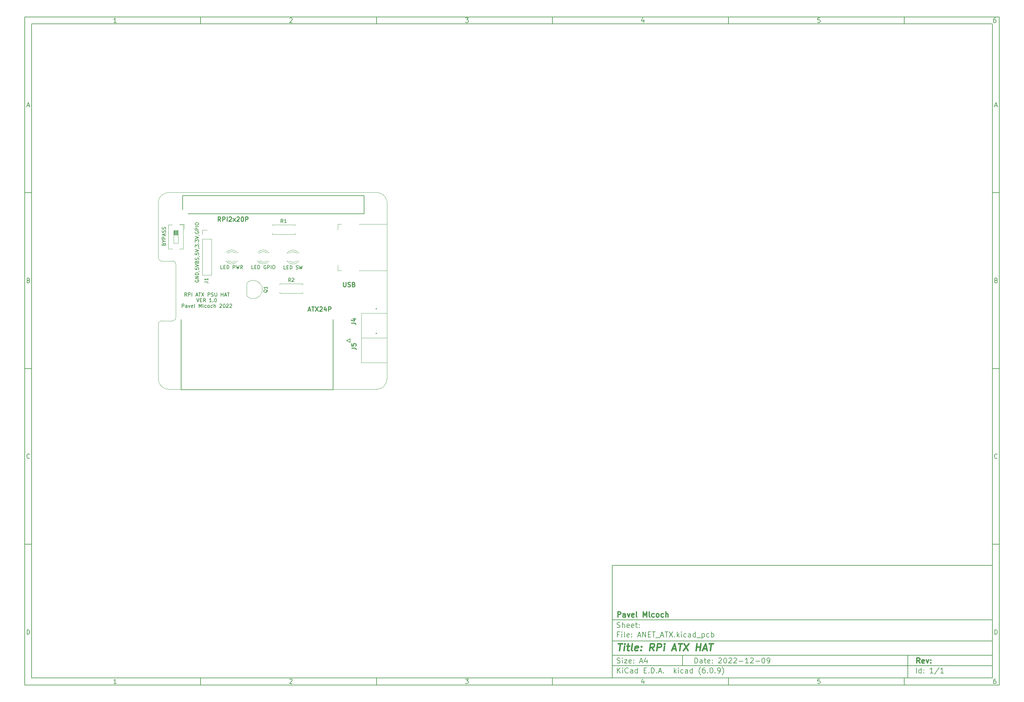
<source format=gbr>
%TF.GenerationSoftware,KiCad,Pcbnew,(6.0.9)*%
%TF.CreationDate,2022-12-14T14:47:33+01:00*%
%TF.ProjectId,ANET_ATX,414e4554-5f41-4545-982e-6b696361645f,rev?*%
%TF.SameCoordinates,Original*%
%TF.FileFunction,Legend,Top*%
%TF.FilePolarity,Positive*%
%FSLAX46Y46*%
G04 Gerber Fmt 4.6, Leading zero omitted, Abs format (unit mm)*
G04 Created by KiCad (PCBNEW (6.0.9)) date 2022-12-14 14:47:33*
%MOMM*%
%LPD*%
G01*
G04 APERTURE LIST*
%ADD10C,0.100000*%
%ADD11C,0.150000*%
%ADD12C,0.300000*%
%ADD13C,0.400000*%
%TA.AperFunction,Profile*%
%ADD14C,0.100000*%
%TD*%
%ADD15C,0.254000*%
%ADD16C,0.120000*%
%ADD17C,0.200000*%
%ADD18C,0.127000*%
G04 APERTURE END LIST*
D10*
D11*
X177002200Y-166007200D02*
X177002200Y-198007200D01*
X285002200Y-198007200D01*
X285002200Y-166007200D01*
X177002200Y-166007200D01*
D10*
D11*
X10000000Y-10000000D02*
X10000000Y-200007200D01*
X287002200Y-200007200D01*
X287002200Y-10000000D01*
X10000000Y-10000000D01*
D10*
D11*
X12000000Y-12000000D02*
X12000000Y-198007200D01*
X285002200Y-198007200D01*
X285002200Y-12000000D01*
X12000000Y-12000000D01*
D10*
D11*
X60000000Y-12000000D02*
X60000000Y-10000000D01*
D10*
D11*
X110000000Y-12000000D02*
X110000000Y-10000000D01*
D10*
D11*
X160000000Y-12000000D02*
X160000000Y-10000000D01*
D10*
D11*
X210000000Y-12000000D02*
X210000000Y-10000000D01*
D10*
D11*
X260000000Y-12000000D02*
X260000000Y-10000000D01*
D10*
D11*
X36065476Y-11588095D02*
X35322619Y-11588095D01*
X35694047Y-11588095D02*
X35694047Y-10288095D01*
X35570238Y-10473809D01*
X35446428Y-10597619D01*
X35322619Y-10659523D01*
D10*
D11*
X85322619Y-10411904D02*
X85384523Y-10350000D01*
X85508333Y-10288095D01*
X85817857Y-10288095D01*
X85941666Y-10350000D01*
X86003571Y-10411904D01*
X86065476Y-10535714D01*
X86065476Y-10659523D01*
X86003571Y-10845238D01*
X85260714Y-11588095D01*
X86065476Y-11588095D01*
D10*
D11*
X135260714Y-10288095D02*
X136065476Y-10288095D01*
X135632142Y-10783333D01*
X135817857Y-10783333D01*
X135941666Y-10845238D01*
X136003571Y-10907142D01*
X136065476Y-11030952D01*
X136065476Y-11340476D01*
X136003571Y-11464285D01*
X135941666Y-11526190D01*
X135817857Y-11588095D01*
X135446428Y-11588095D01*
X135322619Y-11526190D01*
X135260714Y-11464285D01*
D10*
D11*
X185941666Y-10721428D02*
X185941666Y-11588095D01*
X185632142Y-10226190D02*
X185322619Y-11154761D01*
X186127380Y-11154761D01*
D10*
D11*
X236003571Y-10288095D02*
X235384523Y-10288095D01*
X235322619Y-10907142D01*
X235384523Y-10845238D01*
X235508333Y-10783333D01*
X235817857Y-10783333D01*
X235941666Y-10845238D01*
X236003571Y-10907142D01*
X236065476Y-11030952D01*
X236065476Y-11340476D01*
X236003571Y-11464285D01*
X235941666Y-11526190D01*
X235817857Y-11588095D01*
X235508333Y-11588095D01*
X235384523Y-11526190D01*
X235322619Y-11464285D01*
D10*
D11*
X285941666Y-10288095D02*
X285694047Y-10288095D01*
X285570238Y-10350000D01*
X285508333Y-10411904D01*
X285384523Y-10597619D01*
X285322619Y-10845238D01*
X285322619Y-11340476D01*
X285384523Y-11464285D01*
X285446428Y-11526190D01*
X285570238Y-11588095D01*
X285817857Y-11588095D01*
X285941666Y-11526190D01*
X286003571Y-11464285D01*
X286065476Y-11340476D01*
X286065476Y-11030952D01*
X286003571Y-10907142D01*
X285941666Y-10845238D01*
X285817857Y-10783333D01*
X285570238Y-10783333D01*
X285446428Y-10845238D01*
X285384523Y-10907142D01*
X285322619Y-11030952D01*
D10*
D11*
X60000000Y-198007200D02*
X60000000Y-200007200D01*
D10*
D11*
X110000000Y-198007200D02*
X110000000Y-200007200D01*
D10*
D11*
X160000000Y-198007200D02*
X160000000Y-200007200D01*
D10*
D11*
X210000000Y-198007200D02*
X210000000Y-200007200D01*
D10*
D11*
X260000000Y-198007200D02*
X260000000Y-200007200D01*
D10*
D11*
X36065476Y-199595295D02*
X35322619Y-199595295D01*
X35694047Y-199595295D02*
X35694047Y-198295295D01*
X35570238Y-198481009D01*
X35446428Y-198604819D01*
X35322619Y-198666723D01*
D10*
D11*
X85322619Y-198419104D02*
X85384523Y-198357200D01*
X85508333Y-198295295D01*
X85817857Y-198295295D01*
X85941666Y-198357200D01*
X86003571Y-198419104D01*
X86065476Y-198542914D01*
X86065476Y-198666723D01*
X86003571Y-198852438D01*
X85260714Y-199595295D01*
X86065476Y-199595295D01*
D10*
D11*
X135260714Y-198295295D02*
X136065476Y-198295295D01*
X135632142Y-198790533D01*
X135817857Y-198790533D01*
X135941666Y-198852438D01*
X136003571Y-198914342D01*
X136065476Y-199038152D01*
X136065476Y-199347676D01*
X136003571Y-199471485D01*
X135941666Y-199533390D01*
X135817857Y-199595295D01*
X135446428Y-199595295D01*
X135322619Y-199533390D01*
X135260714Y-199471485D01*
D10*
D11*
X185941666Y-198728628D02*
X185941666Y-199595295D01*
X185632142Y-198233390D02*
X185322619Y-199161961D01*
X186127380Y-199161961D01*
D10*
D11*
X236003571Y-198295295D02*
X235384523Y-198295295D01*
X235322619Y-198914342D01*
X235384523Y-198852438D01*
X235508333Y-198790533D01*
X235817857Y-198790533D01*
X235941666Y-198852438D01*
X236003571Y-198914342D01*
X236065476Y-199038152D01*
X236065476Y-199347676D01*
X236003571Y-199471485D01*
X235941666Y-199533390D01*
X235817857Y-199595295D01*
X235508333Y-199595295D01*
X235384523Y-199533390D01*
X235322619Y-199471485D01*
D10*
D11*
X285941666Y-198295295D02*
X285694047Y-198295295D01*
X285570238Y-198357200D01*
X285508333Y-198419104D01*
X285384523Y-198604819D01*
X285322619Y-198852438D01*
X285322619Y-199347676D01*
X285384523Y-199471485D01*
X285446428Y-199533390D01*
X285570238Y-199595295D01*
X285817857Y-199595295D01*
X285941666Y-199533390D01*
X286003571Y-199471485D01*
X286065476Y-199347676D01*
X286065476Y-199038152D01*
X286003571Y-198914342D01*
X285941666Y-198852438D01*
X285817857Y-198790533D01*
X285570238Y-198790533D01*
X285446428Y-198852438D01*
X285384523Y-198914342D01*
X285322619Y-199038152D01*
D10*
D11*
X10000000Y-60000000D02*
X12000000Y-60000000D01*
D10*
D11*
X10000000Y-110000000D02*
X12000000Y-110000000D01*
D10*
D11*
X10000000Y-160000000D02*
X12000000Y-160000000D01*
D10*
D11*
X10690476Y-35216666D02*
X11309523Y-35216666D01*
X10566666Y-35588095D02*
X11000000Y-34288095D01*
X11433333Y-35588095D01*
D10*
D11*
X11092857Y-84907142D02*
X11278571Y-84969047D01*
X11340476Y-85030952D01*
X11402380Y-85154761D01*
X11402380Y-85340476D01*
X11340476Y-85464285D01*
X11278571Y-85526190D01*
X11154761Y-85588095D01*
X10659523Y-85588095D01*
X10659523Y-84288095D01*
X11092857Y-84288095D01*
X11216666Y-84350000D01*
X11278571Y-84411904D01*
X11340476Y-84535714D01*
X11340476Y-84659523D01*
X11278571Y-84783333D01*
X11216666Y-84845238D01*
X11092857Y-84907142D01*
X10659523Y-84907142D01*
D10*
D11*
X11402380Y-135464285D02*
X11340476Y-135526190D01*
X11154761Y-135588095D01*
X11030952Y-135588095D01*
X10845238Y-135526190D01*
X10721428Y-135402380D01*
X10659523Y-135278571D01*
X10597619Y-135030952D01*
X10597619Y-134845238D01*
X10659523Y-134597619D01*
X10721428Y-134473809D01*
X10845238Y-134350000D01*
X11030952Y-134288095D01*
X11154761Y-134288095D01*
X11340476Y-134350000D01*
X11402380Y-134411904D01*
D10*
D11*
X10659523Y-185588095D02*
X10659523Y-184288095D01*
X10969047Y-184288095D01*
X11154761Y-184350000D01*
X11278571Y-184473809D01*
X11340476Y-184597619D01*
X11402380Y-184845238D01*
X11402380Y-185030952D01*
X11340476Y-185278571D01*
X11278571Y-185402380D01*
X11154761Y-185526190D01*
X10969047Y-185588095D01*
X10659523Y-185588095D01*
D10*
D11*
X287002200Y-60000000D02*
X285002200Y-60000000D01*
D10*
D11*
X287002200Y-110000000D02*
X285002200Y-110000000D01*
D10*
D11*
X287002200Y-160000000D02*
X285002200Y-160000000D01*
D10*
D11*
X285692676Y-35216666D02*
X286311723Y-35216666D01*
X285568866Y-35588095D02*
X286002200Y-34288095D01*
X286435533Y-35588095D01*
D10*
D11*
X286095057Y-84907142D02*
X286280771Y-84969047D01*
X286342676Y-85030952D01*
X286404580Y-85154761D01*
X286404580Y-85340476D01*
X286342676Y-85464285D01*
X286280771Y-85526190D01*
X286156961Y-85588095D01*
X285661723Y-85588095D01*
X285661723Y-84288095D01*
X286095057Y-84288095D01*
X286218866Y-84350000D01*
X286280771Y-84411904D01*
X286342676Y-84535714D01*
X286342676Y-84659523D01*
X286280771Y-84783333D01*
X286218866Y-84845238D01*
X286095057Y-84907142D01*
X285661723Y-84907142D01*
D10*
D11*
X286404580Y-135464285D02*
X286342676Y-135526190D01*
X286156961Y-135588095D01*
X286033152Y-135588095D01*
X285847438Y-135526190D01*
X285723628Y-135402380D01*
X285661723Y-135278571D01*
X285599819Y-135030952D01*
X285599819Y-134845238D01*
X285661723Y-134597619D01*
X285723628Y-134473809D01*
X285847438Y-134350000D01*
X286033152Y-134288095D01*
X286156961Y-134288095D01*
X286342676Y-134350000D01*
X286404580Y-134411904D01*
D10*
D11*
X285661723Y-185588095D02*
X285661723Y-184288095D01*
X285971247Y-184288095D01*
X286156961Y-184350000D01*
X286280771Y-184473809D01*
X286342676Y-184597619D01*
X286404580Y-184845238D01*
X286404580Y-185030952D01*
X286342676Y-185278571D01*
X286280771Y-185402380D01*
X286156961Y-185526190D01*
X285971247Y-185588095D01*
X285661723Y-185588095D01*
D10*
D11*
X200434342Y-193785771D02*
X200434342Y-192285771D01*
X200791485Y-192285771D01*
X201005771Y-192357200D01*
X201148628Y-192500057D01*
X201220057Y-192642914D01*
X201291485Y-192928628D01*
X201291485Y-193142914D01*
X201220057Y-193428628D01*
X201148628Y-193571485D01*
X201005771Y-193714342D01*
X200791485Y-193785771D01*
X200434342Y-193785771D01*
X202577200Y-193785771D02*
X202577200Y-193000057D01*
X202505771Y-192857200D01*
X202362914Y-192785771D01*
X202077200Y-192785771D01*
X201934342Y-192857200D01*
X202577200Y-193714342D02*
X202434342Y-193785771D01*
X202077200Y-193785771D01*
X201934342Y-193714342D01*
X201862914Y-193571485D01*
X201862914Y-193428628D01*
X201934342Y-193285771D01*
X202077200Y-193214342D01*
X202434342Y-193214342D01*
X202577200Y-193142914D01*
X203077200Y-192785771D02*
X203648628Y-192785771D01*
X203291485Y-192285771D02*
X203291485Y-193571485D01*
X203362914Y-193714342D01*
X203505771Y-193785771D01*
X203648628Y-193785771D01*
X204720057Y-193714342D02*
X204577200Y-193785771D01*
X204291485Y-193785771D01*
X204148628Y-193714342D01*
X204077200Y-193571485D01*
X204077200Y-193000057D01*
X204148628Y-192857200D01*
X204291485Y-192785771D01*
X204577200Y-192785771D01*
X204720057Y-192857200D01*
X204791485Y-193000057D01*
X204791485Y-193142914D01*
X204077200Y-193285771D01*
X205434342Y-193642914D02*
X205505771Y-193714342D01*
X205434342Y-193785771D01*
X205362914Y-193714342D01*
X205434342Y-193642914D01*
X205434342Y-193785771D01*
X205434342Y-192857200D02*
X205505771Y-192928628D01*
X205434342Y-193000057D01*
X205362914Y-192928628D01*
X205434342Y-192857200D01*
X205434342Y-193000057D01*
X207220057Y-192428628D02*
X207291485Y-192357200D01*
X207434342Y-192285771D01*
X207791485Y-192285771D01*
X207934342Y-192357200D01*
X208005771Y-192428628D01*
X208077200Y-192571485D01*
X208077200Y-192714342D01*
X208005771Y-192928628D01*
X207148628Y-193785771D01*
X208077200Y-193785771D01*
X209005771Y-192285771D02*
X209148628Y-192285771D01*
X209291485Y-192357200D01*
X209362914Y-192428628D01*
X209434342Y-192571485D01*
X209505771Y-192857200D01*
X209505771Y-193214342D01*
X209434342Y-193500057D01*
X209362914Y-193642914D01*
X209291485Y-193714342D01*
X209148628Y-193785771D01*
X209005771Y-193785771D01*
X208862914Y-193714342D01*
X208791485Y-193642914D01*
X208720057Y-193500057D01*
X208648628Y-193214342D01*
X208648628Y-192857200D01*
X208720057Y-192571485D01*
X208791485Y-192428628D01*
X208862914Y-192357200D01*
X209005771Y-192285771D01*
X210077200Y-192428628D02*
X210148628Y-192357200D01*
X210291485Y-192285771D01*
X210648628Y-192285771D01*
X210791485Y-192357200D01*
X210862914Y-192428628D01*
X210934342Y-192571485D01*
X210934342Y-192714342D01*
X210862914Y-192928628D01*
X210005771Y-193785771D01*
X210934342Y-193785771D01*
X211505771Y-192428628D02*
X211577200Y-192357200D01*
X211720057Y-192285771D01*
X212077200Y-192285771D01*
X212220057Y-192357200D01*
X212291485Y-192428628D01*
X212362914Y-192571485D01*
X212362914Y-192714342D01*
X212291485Y-192928628D01*
X211434342Y-193785771D01*
X212362914Y-193785771D01*
X213005771Y-193214342D02*
X214148628Y-193214342D01*
X215648628Y-193785771D02*
X214791485Y-193785771D01*
X215220057Y-193785771D02*
X215220057Y-192285771D01*
X215077200Y-192500057D01*
X214934342Y-192642914D01*
X214791485Y-192714342D01*
X216220057Y-192428628D02*
X216291485Y-192357200D01*
X216434342Y-192285771D01*
X216791485Y-192285771D01*
X216934342Y-192357200D01*
X217005771Y-192428628D01*
X217077200Y-192571485D01*
X217077200Y-192714342D01*
X217005771Y-192928628D01*
X216148628Y-193785771D01*
X217077200Y-193785771D01*
X217720057Y-193214342D02*
X218862914Y-193214342D01*
X219862914Y-192285771D02*
X220005771Y-192285771D01*
X220148628Y-192357200D01*
X220220057Y-192428628D01*
X220291485Y-192571485D01*
X220362914Y-192857200D01*
X220362914Y-193214342D01*
X220291485Y-193500057D01*
X220220057Y-193642914D01*
X220148628Y-193714342D01*
X220005771Y-193785771D01*
X219862914Y-193785771D01*
X219720057Y-193714342D01*
X219648628Y-193642914D01*
X219577200Y-193500057D01*
X219505771Y-193214342D01*
X219505771Y-192857200D01*
X219577200Y-192571485D01*
X219648628Y-192428628D01*
X219720057Y-192357200D01*
X219862914Y-192285771D01*
X221077200Y-193785771D02*
X221362914Y-193785771D01*
X221505771Y-193714342D01*
X221577200Y-193642914D01*
X221720057Y-193428628D01*
X221791485Y-193142914D01*
X221791485Y-192571485D01*
X221720057Y-192428628D01*
X221648628Y-192357200D01*
X221505771Y-192285771D01*
X221220057Y-192285771D01*
X221077200Y-192357200D01*
X221005771Y-192428628D01*
X220934342Y-192571485D01*
X220934342Y-192928628D01*
X221005771Y-193071485D01*
X221077200Y-193142914D01*
X221220057Y-193214342D01*
X221505771Y-193214342D01*
X221648628Y-193142914D01*
X221720057Y-193071485D01*
X221791485Y-192928628D01*
D10*
D11*
X177002200Y-194507200D02*
X285002200Y-194507200D01*
D10*
D11*
X178434342Y-196585771D02*
X178434342Y-195085771D01*
X179291485Y-196585771D02*
X178648628Y-195728628D01*
X179291485Y-195085771D02*
X178434342Y-195942914D01*
X179934342Y-196585771D02*
X179934342Y-195585771D01*
X179934342Y-195085771D02*
X179862914Y-195157200D01*
X179934342Y-195228628D01*
X180005771Y-195157200D01*
X179934342Y-195085771D01*
X179934342Y-195228628D01*
X181505771Y-196442914D02*
X181434342Y-196514342D01*
X181220057Y-196585771D01*
X181077200Y-196585771D01*
X180862914Y-196514342D01*
X180720057Y-196371485D01*
X180648628Y-196228628D01*
X180577200Y-195942914D01*
X180577200Y-195728628D01*
X180648628Y-195442914D01*
X180720057Y-195300057D01*
X180862914Y-195157200D01*
X181077200Y-195085771D01*
X181220057Y-195085771D01*
X181434342Y-195157200D01*
X181505771Y-195228628D01*
X182791485Y-196585771D02*
X182791485Y-195800057D01*
X182720057Y-195657200D01*
X182577200Y-195585771D01*
X182291485Y-195585771D01*
X182148628Y-195657200D01*
X182791485Y-196514342D02*
X182648628Y-196585771D01*
X182291485Y-196585771D01*
X182148628Y-196514342D01*
X182077200Y-196371485D01*
X182077200Y-196228628D01*
X182148628Y-196085771D01*
X182291485Y-196014342D01*
X182648628Y-196014342D01*
X182791485Y-195942914D01*
X184148628Y-196585771D02*
X184148628Y-195085771D01*
X184148628Y-196514342D02*
X184005771Y-196585771D01*
X183720057Y-196585771D01*
X183577200Y-196514342D01*
X183505771Y-196442914D01*
X183434342Y-196300057D01*
X183434342Y-195871485D01*
X183505771Y-195728628D01*
X183577200Y-195657200D01*
X183720057Y-195585771D01*
X184005771Y-195585771D01*
X184148628Y-195657200D01*
X186005771Y-195800057D02*
X186505771Y-195800057D01*
X186720057Y-196585771D02*
X186005771Y-196585771D01*
X186005771Y-195085771D01*
X186720057Y-195085771D01*
X187362914Y-196442914D02*
X187434342Y-196514342D01*
X187362914Y-196585771D01*
X187291485Y-196514342D01*
X187362914Y-196442914D01*
X187362914Y-196585771D01*
X188077200Y-196585771D02*
X188077200Y-195085771D01*
X188434342Y-195085771D01*
X188648628Y-195157200D01*
X188791485Y-195300057D01*
X188862914Y-195442914D01*
X188934342Y-195728628D01*
X188934342Y-195942914D01*
X188862914Y-196228628D01*
X188791485Y-196371485D01*
X188648628Y-196514342D01*
X188434342Y-196585771D01*
X188077200Y-196585771D01*
X189577200Y-196442914D02*
X189648628Y-196514342D01*
X189577200Y-196585771D01*
X189505771Y-196514342D01*
X189577200Y-196442914D01*
X189577200Y-196585771D01*
X190220057Y-196157200D02*
X190934342Y-196157200D01*
X190077200Y-196585771D02*
X190577200Y-195085771D01*
X191077200Y-196585771D01*
X191577200Y-196442914D02*
X191648628Y-196514342D01*
X191577200Y-196585771D01*
X191505771Y-196514342D01*
X191577200Y-196442914D01*
X191577200Y-196585771D01*
X194577200Y-196585771D02*
X194577200Y-195085771D01*
X194720057Y-196014342D02*
X195148628Y-196585771D01*
X195148628Y-195585771D02*
X194577200Y-196157200D01*
X195791485Y-196585771D02*
X195791485Y-195585771D01*
X195791485Y-195085771D02*
X195720057Y-195157200D01*
X195791485Y-195228628D01*
X195862914Y-195157200D01*
X195791485Y-195085771D01*
X195791485Y-195228628D01*
X197148628Y-196514342D02*
X197005771Y-196585771D01*
X196720057Y-196585771D01*
X196577200Y-196514342D01*
X196505771Y-196442914D01*
X196434342Y-196300057D01*
X196434342Y-195871485D01*
X196505771Y-195728628D01*
X196577200Y-195657200D01*
X196720057Y-195585771D01*
X197005771Y-195585771D01*
X197148628Y-195657200D01*
X198434342Y-196585771D02*
X198434342Y-195800057D01*
X198362914Y-195657200D01*
X198220057Y-195585771D01*
X197934342Y-195585771D01*
X197791485Y-195657200D01*
X198434342Y-196514342D02*
X198291485Y-196585771D01*
X197934342Y-196585771D01*
X197791485Y-196514342D01*
X197720057Y-196371485D01*
X197720057Y-196228628D01*
X197791485Y-196085771D01*
X197934342Y-196014342D01*
X198291485Y-196014342D01*
X198434342Y-195942914D01*
X199791485Y-196585771D02*
X199791485Y-195085771D01*
X199791485Y-196514342D02*
X199648628Y-196585771D01*
X199362914Y-196585771D01*
X199220057Y-196514342D01*
X199148628Y-196442914D01*
X199077200Y-196300057D01*
X199077200Y-195871485D01*
X199148628Y-195728628D01*
X199220057Y-195657200D01*
X199362914Y-195585771D01*
X199648628Y-195585771D01*
X199791485Y-195657200D01*
X202077200Y-197157200D02*
X202005771Y-197085771D01*
X201862914Y-196871485D01*
X201791485Y-196728628D01*
X201720057Y-196514342D01*
X201648628Y-196157200D01*
X201648628Y-195871485D01*
X201720057Y-195514342D01*
X201791485Y-195300057D01*
X201862914Y-195157200D01*
X202005771Y-194942914D01*
X202077200Y-194871485D01*
X203291485Y-195085771D02*
X203005771Y-195085771D01*
X202862914Y-195157200D01*
X202791485Y-195228628D01*
X202648628Y-195442914D01*
X202577200Y-195728628D01*
X202577200Y-196300057D01*
X202648628Y-196442914D01*
X202720057Y-196514342D01*
X202862914Y-196585771D01*
X203148628Y-196585771D01*
X203291485Y-196514342D01*
X203362914Y-196442914D01*
X203434342Y-196300057D01*
X203434342Y-195942914D01*
X203362914Y-195800057D01*
X203291485Y-195728628D01*
X203148628Y-195657200D01*
X202862914Y-195657200D01*
X202720057Y-195728628D01*
X202648628Y-195800057D01*
X202577200Y-195942914D01*
X204077200Y-196442914D02*
X204148628Y-196514342D01*
X204077200Y-196585771D01*
X204005771Y-196514342D01*
X204077200Y-196442914D01*
X204077200Y-196585771D01*
X205077200Y-195085771D02*
X205220057Y-195085771D01*
X205362914Y-195157200D01*
X205434342Y-195228628D01*
X205505771Y-195371485D01*
X205577200Y-195657200D01*
X205577200Y-196014342D01*
X205505771Y-196300057D01*
X205434342Y-196442914D01*
X205362914Y-196514342D01*
X205220057Y-196585771D01*
X205077200Y-196585771D01*
X204934342Y-196514342D01*
X204862914Y-196442914D01*
X204791485Y-196300057D01*
X204720057Y-196014342D01*
X204720057Y-195657200D01*
X204791485Y-195371485D01*
X204862914Y-195228628D01*
X204934342Y-195157200D01*
X205077200Y-195085771D01*
X206220057Y-196442914D02*
X206291485Y-196514342D01*
X206220057Y-196585771D01*
X206148628Y-196514342D01*
X206220057Y-196442914D01*
X206220057Y-196585771D01*
X207005771Y-196585771D02*
X207291485Y-196585771D01*
X207434342Y-196514342D01*
X207505771Y-196442914D01*
X207648628Y-196228628D01*
X207720057Y-195942914D01*
X207720057Y-195371485D01*
X207648628Y-195228628D01*
X207577200Y-195157200D01*
X207434342Y-195085771D01*
X207148628Y-195085771D01*
X207005771Y-195157200D01*
X206934342Y-195228628D01*
X206862914Y-195371485D01*
X206862914Y-195728628D01*
X206934342Y-195871485D01*
X207005771Y-195942914D01*
X207148628Y-196014342D01*
X207434342Y-196014342D01*
X207577200Y-195942914D01*
X207648628Y-195871485D01*
X207720057Y-195728628D01*
X208220057Y-197157200D02*
X208291485Y-197085771D01*
X208434342Y-196871485D01*
X208505771Y-196728628D01*
X208577200Y-196514342D01*
X208648628Y-196157200D01*
X208648628Y-195871485D01*
X208577200Y-195514342D01*
X208505771Y-195300057D01*
X208434342Y-195157200D01*
X208291485Y-194942914D01*
X208220057Y-194871485D01*
D10*
D11*
X177002200Y-191507200D02*
X285002200Y-191507200D01*
D10*
D12*
X264411485Y-193785771D02*
X263911485Y-193071485D01*
X263554342Y-193785771D02*
X263554342Y-192285771D01*
X264125771Y-192285771D01*
X264268628Y-192357200D01*
X264340057Y-192428628D01*
X264411485Y-192571485D01*
X264411485Y-192785771D01*
X264340057Y-192928628D01*
X264268628Y-193000057D01*
X264125771Y-193071485D01*
X263554342Y-193071485D01*
X265625771Y-193714342D02*
X265482914Y-193785771D01*
X265197200Y-193785771D01*
X265054342Y-193714342D01*
X264982914Y-193571485D01*
X264982914Y-193000057D01*
X265054342Y-192857200D01*
X265197200Y-192785771D01*
X265482914Y-192785771D01*
X265625771Y-192857200D01*
X265697200Y-193000057D01*
X265697200Y-193142914D01*
X264982914Y-193285771D01*
X266197200Y-192785771D02*
X266554342Y-193785771D01*
X266911485Y-192785771D01*
X267482914Y-193642914D02*
X267554342Y-193714342D01*
X267482914Y-193785771D01*
X267411485Y-193714342D01*
X267482914Y-193642914D01*
X267482914Y-193785771D01*
X267482914Y-192857200D02*
X267554342Y-192928628D01*
X267482914Y-193000057D01*
X267411485Y-192928628D01*
X267482914Y-192857200D01*
X267482914Y-193000057D01*
D10*
D11*
X178362914Y-193714342D02*
X178577200Y-193785771D01*
X178934342Y-193785771D01*
X179077200Y-193714342D01*
X179148628Y-193642914D01*
X179220057Y-193500057D01*
X179220057Y-193357200D01*
X179148628Y-193214342D01*
X179077200Y-193142914D01*
X178934342Y-193071485D01*
X178648628Y-193000057D01*
X178505771Y-192928628D01*
X178434342Y-192857200D01*
X178362914Y-192714342D01*
X178362914Y-192571485D01*
X178434342Y-192428628D01*
X178505771Y-192357200D01*
X178648628Y-192285771D01*
X179005771Y-192285771D01*
X179220057Y-192357200D01*
X179862914Y-193785771D02*
X179862914Y-192785771D01*
X179862914Y-192285771D02*
X179791485Y-192357200D01*
X179862914Y-192428628D01*
X179934342Y-192357200D01*
X179862914Y-192285771D01*
X179862914Y-192428628D01*
X180434342Y-192785771D02*
X181220057Y-192785771D01*
X180434342Y-193785771D01*
X181220057Y-193785771D01*
X182362914Y-193714342D02*
X182220057Y-193785771D01*
X181934342Y-193785771D01*
X181791485Y-193714342D01*
X181720057Y-193571485D01*
X181720057Y-193000057D01*
X181791485Y-192857200D01*
X181934342Y-192785771D01*
X182220057Y-192785771D01*
X182362914Y-192857200D01*
X182434342Y-193000057D01*
X182434342Y-193142914D01*
X181720057Y-193285771D01*
X183077200Y-193642914D02*
X183148628Y-193714342D01*
X183077200Y-193785771D01*
X183005771Y-193714342D01*
X183077200Y-193642914D01*
X183077200Y-193785771D01*
X183077200Y-192857200D02*
X183148628Y-192928628D01*
X183077200Y-193000057D01*
X183005771Y-192928628D01*
X183077200Y-192857200D01*
X183077200Y-193000057D01*
X184862914Y-193357200D02*
X185577200Y-193357200D01*
X184720057Y-193785771D02*
X185220057Y-192285771D01*
X185720057Y-193785771D01*
X186862914Y-192785771D02*
X186862914Y-193785771D01*
X186505771Y-192214342D02*
X186148628Y-193285771D01*
X187077200Y-193285771D01*
D10*
D11*
X263434342Y-196585771D02*
X263434342Y-195085771D01*
X264791485Y-196585771D02*
X264791485Y-195085771D01*
X264791485Y-196514342D02*
X264648628Y-196585771D01*
X264362914Y-196585771D01*
X264220057Y-196514342D01*
X264148628Y-196442914D01*
X264077200Y-196300057D01*
X264077200Y-195871485D01*
X264148628Y-195728628D01*
X264220057Y-195657200D01*
X264362914Y-195585771D01*
X264648628Y-195585771D01*
X264791485Y-195657200D01*
X265505771Y-196442914D02*
X265577200Y-196514342D01*
X265505771Y-196585771D01*
X265434342Y-196514342D01*
X265505771Y-196442914D01*
X265505771Y-196585771D01*
X265505771Y-195657200D02*
X265577200Y-195728628D01*
X265505771Y-195800057D01*
X265434342Y-195728628D01*
X265505771Y-195657200D01*
X265505771Y-195800057D01*
X268148628Y-196585771D02*
X267291485Y-196585771D01*
X267720057Y-196585771D02*
X267720057Y-195085771D01*
X267577200Y-195300057D01*
X267434342Y-195442914D01*
X267291485Y-195514342D01*
X269862914Y-195014342D02*
X268577200Y-196942914D01*
X271148628Y-196585771D02*
X270291485Y-196585771D01*
X270720057Y-196585771D02*
X270720057Y-195085771D01*
X270577200Y-195300057D01*
X270434342Y-195442914D01*
X270291485Y-195514342D01*
D10*
D11*
X177002200Y-187507200D02*
X285002200Y-187507200D01*
D10*
D13*
X178714580Y-188211961D02*
X179857438Y-188211961D01*
X179036009Y-190211961D02*
X179286009Y-188211961D01*
X180274104Y-190211961D02*
X180440771Y-188878628D01*
X180524104Y-188211961D02*
X180416961Y-188307200D01*
X180500295Y-188402438D01*
X180607438Y-188307200D01*
X180524104Y-188211961D01*
X180500295Y-188402438D01*
X181107438Y-188878628D02*
X181869342Y-188878628D01*
X181476485Y-188211961D02*
X181262200Y-189926247D01*
X181333628Y-190116723D01*
X181512200Y-190211961D01*
X181702676Y-190211961D01*
X182655057Y-190211961D02*
X182476485Y-190116723D01*
X182405057Y-189926247D01*
X182619342Y-188211961D01*
X184190771Y-190116723D02*
X183988390Y-190211961D01*
X183607438Y-190211961D01*
X183428866Y-190116723D01*
X183357438Y-189926247D01*
X183452676Y-189164342D01*
X183571723Y-188973866D01*
X183774104Y-188878628D01*
X184155057Y-188878628D01*
X184333628Y-188973866D01*
X184405057Y-189164342D01*
X184381247Y-189354819D01*
X183405057Y-189545295D01*
X185155057Y-190021485D02*
X185238390Y-190116723D01*
X185131247Y-190211961D01*
X185047914Y-190116723D01*
X185155057Y-190021485D01*
X185131247Y-190211961D01*
X185286009Y-188973866D02*
X185369342Y-189069104D01*
X185262200Y-189164342D01*
X185178866Y-189069104D01*
X185286009Y-188973866D01*
X185262200Y-189164342D01*
X188750295Y-190211961D02*
X188202676Y-189259580D01*
X187607438Y-190211961D02*
X187857438Y-188211961D01*
X188619342Y-188211961D01*
X188797914Y-188307200D01*
X188881247Y-188402438D01*
X188952676Y-188592914D01*
X188916961Y-188878628D01*
X188797914Y-189069104D01*
X188690771Y-189164342D01*
X188488390Y-189259580D01*
X187726485Y-189259580D01*
X189607438Y-190211961D02*
X189857438Y-188211961D01*
X190619342Y-188211961D01*
X190797914Y-188307200D01*
X190881247Y-188402438D01*
X190952676Y-188592914D01*
X190916961Y-188878628D01*
X190797914Y-189069104D01*
X190690771Y-189164342D01*
X190488390Y-189259580D01*
X189726485Y-189259580D01*
X191607438Y-190211961D02*
X191774104Y-188878628D01*
X191857438Y-188211961D02*
X191750295Y-188307200D01*
X191833628Y-188402438D01*
X191940771Y-188307200D01*
X191857438Y-188211961D01*
X191833628Y-188402438D01*
X194059819Y-189640533D02*
X195012200Y-189640533D01*
X193797914Y-190211961D02*
X194714580Y-188211961D01*
X195131247Y-190211961D01*
X195762200Y-188211961D02*
X196905057Y-188211961D01*
X196083628Y-190211961D02*
X196333628Y-188211961D01*
X197381247Y-188211961D02*
X198464580Y-190211961D01*
X198714580Y-188211961D02*
X197131247Y-190211961D01*
X200750295Y-190211961D02*
X201000295Y-188211961D01*
X200881247Y-189164342D02*
X202024104Y-189164342D01*
X201893152Y-190211961D02*
X202143152Y-188211961D01*
X202821723Y-189640533D02*
X203774104Y-189640533D01*
X202559819Y-190211961D02*
X203476485Y-188211961D01*
X203893152Y-190211961D01*
X204524104Y-188211961D02*
X205666961Y-188211961D01*
X204845533Y-190211961D02*
X205095533Y-188211961D01*
D10*
D11*
X178934342Y-185600057D02*
X178434342Y-185600057D01*
X178434342Y-186385771D02*
X178434342Y-184885771D01*
X179148628Y-184885771D01*
X179720057Y-186385771D02*
X179720057Y-185385771D01*
X179720057Y-184885771D02*
X179648628Y-184957200D01*
X179720057Y-185028628D01*
X179791485Y-184957200D01*
X179720057Y-184885771D01*
X179720057Y-185028628D01*
X180648628Y-186385771D02*
X180505771Y-186314342D01*
X180434342Y-186171485D01*
X180434342Y-184885771D01*
X181791485Y-186314342D02*
X181648628Y-186385771D01*
X181362914Y-186385771D01*
X181220057Y-186314342D01*
X181148628Y-186171485D01*
X181148628Y-185600057D01*
X181220057Y-185457200D01*
X181362914Y-185385771D01*
X181648628Y-185385771D01*
X181791485Y-185457200D01*
X181862914Y-185600057D01*
X181862914Y-185742914D01*
X181148628Y-185885771D01*
X182505771Y-186242914D02*
X182577200Y-186314342D01*
X182505771Y-186385771D01*
X182434342Y-186314342D01*
X182505771Y-186242914D01*
X182505771Y-186385771D01*
X182505771Y-185457200D02*
X182577200Y-185528628D01*
X182505771Y-185600057D01*
X182434342Y-185528628D01*
X182505771Y-185457200D01*
X182505771Y-185600057D01*
X184291485Y-185957200D02*
X185005771Y-185957200D01*
X184148628Y-186385771D02*
X184648628Y-184885771D01*
X185148628Y-186385771D01*
X185648628Y-186385771D02*
X185648628Y-184885771D01*
X186505771Y-186385771D01*
X186505771Y-184885771D01*
X187220057Y-185600057D02*
X187720057Y-185600057D01*
X187934342Y-186385771D02*
X187220057Y-186385771D01*
X187220057Y-184885771D01*
X187934342Y-184885771D01*
X188362914Y-184885771D02*
X189220057Y-184885771D01*
X188791485Y-186385771D02*
X188791485Y-184885771D01*
X189362914Y-186528628D02*
X190505771Y-186528628D01*
X190791485Y-185957200D02*
X191505771Y-185957200D01*
X190648628Y-186385771D02*
X191148628Y-184885771D01*
X191648628Y-186385771D01*
X191934342Y-184885771D02*
X192791485Y-184885771D01*
X192362914Y-186385771D02*
X192362914Y-184885771D01*
X193148628Y-184885771D02*
X194148628Y-186385771D01*
X194148628Y-184885771D02*
X193148628Y-186385771D01*
X194720057Y-186242914D02*
X194791485Y-186314342D01*
X194720057Y-186385771D01*
X194648628Y-186314342D01*
X194720057Y-186242914D01*
X194720057Y-186385771D01*
X195434342Y-186385771D02*
X195434342Y-184885771D01*
X195577200Y-185814342D02*
X196005771Y-186385771D01*
X196005771Y-185385771D02*
X195434342Y-185957200D01*
X196648628Y-186385771D02*
X196648628Y-185385771D01*
X196648628Y-184885771D02*
X196577200Y-184957200D01*
X196648628Y-185028628D01*
X196720057Y-184957200D01*
X196648628Y-184885771D01*
X196648628Y-185028628D01*
X198005771Y-186314342D02*
X197862914Y-186385771D01*
X197577200Y-186385771D01*
X197434342Y-186314342D01*
X197362914Y-186242914D01*
X197291485Y-186100057D01*
X197291485Y-185671485D01*
X197362914Y-185528628D01*
X197434342Y-185457200D01*
X197577200Y-185385771D01*
X197862914Y-185385771D01*
X198005771Y-185457200D01*
X199291485Y-186385771D02*
X199291485Y-185600057D01*
X199220057Y-185457200D01*
X199077200Y-185385771D01*
X198791485Y-185385771D01*
X198648628Y-185457200D01*
X199291485Y-186314342D02*
X199148628Y-186385771D01*
X198791485Y-186385771D01*
X198648628Y-186314342D01*
X198577200Y-186171485D01*
X198577200Y-186028628D01*
X198648628Y-185885771D01*
X198791485Y-185814342D01*
X199148628Y-185814342D01*
X199291485Y-185742914D01*
X200648628Y-186385771D02*
X200648628Y-184885771D01*
X200648628Y-186314342D02*
X200505771Y-186385771D01*
X200220057Y-186385771D01*
X200077200Y-186314342D01*
X200005771Y-186242914D01*
X199934342Y-186100057D01*
X199934342Y-185671485D01*
X200005771Y-185528628D01*
X200077200Y-185457200D01*
X200220057Y-185385771D01*
X200505771Y-185385771D01*
X200648628Y-185457200D01*
X201005771Y-186528628D02*
X202148628Y-186528628D01*
X202505771Y-185385771D02*
X202505771Y-186885771D01*
X202505771Y-185457200D02*
X202648628Y-185385771D01*
X202934342Y-185385771D01*
X203077200Y-185457200D01*
X203148628Y-185528628D01*
X203220057Y-185671485D01*
X203220057Y-186100057D01*
X203148628Y-186242914D01*
X203077200Y-186314342D01*
X202934342Y-186385771D01*
X202648628Y-186385771D01*
X202505771Y-186314342D01*
X204505771Y-186314342D02*
X204362914Y-186385771D01*
X204077200Y-186385771D01*
X203934342Y-186314342D01*
X203862914Y-186242914D01*
X203791485Y-186100057D01*
X203791485Y-185671485D01*
X203862914Y-185528628D01*
X203934342Y-185457200D01*
X204077200Y-185385771D01*
X204362914Y-185385771D01*
X204505771Y-185457200D01*
X205148628Y-186385771D02*
X205148628Y-184885771D01*
X205148628Y-185457200D02*
X205291485Y-185385771D01*
X205577200Y-185385771D01*
X205720057Y-185457200D01*
X205791485Y-185528628D01*
X205862914Y-185671485D01*
X205862914Y-186100057D01*
X205791485Y-186242914D01*
X205720057Y-186314342D01*
X205577200Y-186385771D01*
X205291485Y-186385771D01*
X205148628Y-186314342D01*
D10*
D11*
X177002200Y-181507200D02*
X285002200Y-181507200D01*
D10*
D11*
X178362914Y-183614342D02*
X178577200Y-183685771D01*
X178934342Y-183685771D01*
X179077200Y-183614342D01*
X179148628Y-183542914D01*
X179220057Y-183400057D01*
X179220057Y-183257200D01*
X179148628Y-183114342D01*
X179077200Y-183042914D01*
X178934342Y-182971485D01*
X178648628Y-182900057D01*
X178505771Y-182828628D01*
X178434342Y-182757200D01*
X178362914Y-182614342D01*
X178362914Y-182471485D01*
X178434342Y-182328628D01*
X178505771Y-182257200D01*
X178648628Y-182185771D01*
X179005771Y-182185771D01*
X179220057Y-182257200D01*
X179862914Y-183685771D02*
X179862914Y-182185771D01*
X180505771Y-183685771D02*
X180505771Y-182900057D01*
X180434342Y-182757200D01*
X180291485Y-182685771D01*
X180077200Y-182685771D01*
X179934342Y-182757200D01*
X179862914Y-182828628D01*
X181791485Y-183614342D02*
X181648628Y-183685771D01*
X181362914Y-183685771D01*
X181220057Y-183614342D01*
X181148628Y-183471485D01*
X181148628Y-182900057D01*
X181220057Y-182757200D01*
X181362914Y-182685771D01*
X181648628Y-182685771D01*
X181791485Y-182757200D01*
X181862914Y-182900057D01*
X181862914Y-183042914D01*
X181148628Y-183185771D01*
X183077200Y-183614342D02*
X182934342Y-183685771D01*
X182648628Y-183685771D01*
X182505771Y-183614342D01*
X182434342Y-183471485D01*
X182434342Y-182900057D01*
X182505771Y-182757200D01*
X182648628Y-182685771D01*
X182934342Y-182685771D01*
X183077200Y-182757200D01*
X183148628Y-182900057D01*
X183148628Y-183042914D01*
X182434342Y-183185771D01*
X183577200Y-182685771D02*
X184148628Y-182685771D01*
X183791485Y-182185771D02*
X183791485Y-183471485D01*
X183862914Y-183614342D01*
X184005771Y-183685771D01*
X184148628Y-183685771D01*
X184648628Y-183542914D02*
X184720057Y-183614342D01*
X184648628Y-183685771D01*
X184577200Y-183614342D01*
X184648628Y-183542914D01*
X184648628Y-183685771D01*
X184648628Y-182757200D02*
X184720057Y-182828628D01*
X184648628Y-182900057D01*
X184577200Y-182828628D01*
X184648628Y-182757200D01*
X184648628Y-182900057D01*
D10*
D12*
X178554342Y-180685771D02*
X178554342Y-179185771D01*
X179125771Y-179185771D01*
X179268628Y-179257200D01*
X179340057Y-179328628D01*
X179411485Y-179471485D01*
X179411485Y-179685771D01*
X179340057Y-179828628D01*
X179268628Y-179900057D01*
X179125771Y-179971485D01*
X178554342Y-179971485D01*
X180697200Y-180685771D02*
X180697200Y-179900057D01*
X180625771Y-179757200D01*
X180482914Y-179685771D01*
X180197200Y-179685771D01*
X180054342Y-179757200D01*
X180697200Y-180614342D02*
X180554342Y-180685771D01*
X180197200Y-180685771D01*
X180054342Y-180614342D01*
X179982914Y-180471485D01*
X179982914Y-180328628D01*
X180054342Y-180185771D01*
X180197200Y-180114342D01*
X180554342Y-180114342D01*
X180697200Y-180042914D01*
X181268628Y-179685771D02*
X181625771Y-180685771D01*
X181982914Y-179685771D01*
X183125771Y-180614342D02*
X182982914Y-180685771D01*
X182697200Y-180685771D01*
X182554342Y-180614342D01*
X182482914Y-180471485D01*
X182482914Y-179900057D01*
X182554342Y-179757200D01*
X182697200Y-179685771D01*
X182982914Y-179685771D01*
X183125771Y-179757200D01*
X183197200Y-179900057D01*
X183197200Y-180042914D01*
X182482914Y-180185771D01*
X184054342Y-180685771D02*
X183911485Y-180614342D01*
X183840057Y-180471485D01*
X183840057Y-179185771D01*
X185768628Y-180685771D02*
X185768628Y-179185771D01*
X186268628Y-180257200D01*
X186768628Y-179185771D01*
X186768628Y-180685771D01*
X187697200Y-180685771D02*
X187554342Y-180614342D01*
X187482914Y-180471485D01*
X187482914Y-179185771D01*
X188911485Y-180614342D02*
X188768628Y-180685771D01*
X188482914Y-180685771D01*
X188340057Y-180614342D01*
X188268628Y-180542914D01*
X188197200Y-180400057D01*
X188197200Y-179971485D01*
X188268628Y-179828628D01*
X188340057Y-179757200D01*
X188482914Y-179685771D01*
X188768628Y-179685771D01*
X188911485Y-179757200D01*
X189768628Y-180685771D02*
X189625771Y-180614342D01*
X189554342Y-180542914D01*
X189482914Y-180400057D01*
X189482914Y-179971485D01*
X189554342Y-179828628D01*
X189625771Y-179757200D01*
X189768628Y-179685771D01*
X189982914Y-179685771D01*
X190125771Y-179757200D01*
X190197200Y-179828628D01*
X190268628Y-179971485D01*
X190268628Y-180400057D01*
X190197200Y-180542914D01*
X190125771Y-180614342D01*
X189982914Y-180685771D01*
X189768628Y-180685771D01*
X191554342Y-180614342D02*
X191411485Y-180685771D01*
X191125771Y-180685771D01*
X190982914Y-180614342D01*
X190911485Y-180542914D01*
X190840057Y-180400057D01*
X190840057Y-179971485D01*
X190911485Y-179828628D01*
X190982914Y-179757200D01*
X191125771Y-179685771D01*
X191411485Y-179685771D01*
X191554342Y-179757200D01*
X192197200Y-180685771D02*
X192197200Y-179185771D01*
X192840057Y-180685771D02*
X192840057Y-179900057D01*
X192768628Y-179757200D01*
X192625771Y-179685771D01*
X192411485Y-179685771D01*
X192268628Y-179757200D01*
X192197200Y-179828628D01*
D10*
D11*
D10*
D11*
D10*
D11*
D10*
D11*
D10*
D11*
X197002200Y-191507200D02*
X197002200Y-194507200D01*
D10*
D11*
X261002200Y-191507200D02*
X261002200Y-198007200D01*
D14*
X47975000Y-112925000D02*
G75*
G03*
X50975000Y-115925000I3000000J0D01*
G01*
X50975000Y-59925000D02*
G75*
G03*
X47975000Y-62425000I0J-3050000D01*
G01*
X47975000Y-62425000D02*
X47975000Y-78425000D01*
X52975000Y-80425000D02*
X52975000Y-95425000D01*
X51975000Y-96425000D02*
G75*
G03*
X52975000Y-95425000I0J1000000D01*
G01*
X47975000Y-97425000D02*
X47975000Y-112925000D01*
X52975000Y-80425000D02*
G75*
G03*
X51975000Y-79425000I-1000000J0D01*
G01*
X47975000Y-78425000D02*
G75*
G03*
X48975000Y-79425000I1000000J0D01*
G01*
X48975000Y-96425000D02*
G75*
G03*
X47975000Y-97425000I0J-1000000D01*
G01*
X48975000Y-96425000D02*
X51975000Y-96425000D01*
X48975000Y-79425000D02*
X51975000Y-79425000D01*
X109975000Y-115925000D02*
G75*
G03*
X112975000Y-112925000I0J3000000D01*
G01*
X112975000Y-62425000D02*
X112975000Y-112925000D01*
X112975000Y-62425000D02*
G75*
G03*
X109975000Y-59925000I-3000000J-550000D01*
G01*
X50975000Y-115925000D02*
X109975000Y-115925000D01*
X50975000Y-59925000D02*
X109975000Y-59925000D01*
D11*
X58525000Y-84855952D02*
X58477380Y-84951190D01*
X58477380Y-85094047D01*
X58525000Y-85236904D01*
X58620238Y-85332142D01*
X58715476Y-85379761D01*
X58905952Y-85427380D01*
X59048809Y-85427380D01*
X59239285Y-85379761D01*
X59334523Y-85332142D01*
X59429761Y-85236904D01*
X59477380Y-85094047D01*
X59477380Y-84998809D01*
X59429761Y-84855952D01*
X59382142Y-84808333D01*
X59048809Y-84808333D01*
X59048809Y-84998809D01*
X59477380Y-84379761D02*
X58477380Y-84379761D01*
X59477380Y-83808333D01*
X58477380Y-83808333D01*
X59477380Y-83332142D02*
X58477380Y-83332142D01*
X58477380Y-83094047D01*
X58525000Y-82951190D01*
X58620238Y-82855952D01*
X58715476Y-82808333D01*
X58905952Y-82760714D01*
X59048809Y-82760714D01*
X59239285Y-82808333D01*
X59334523Y-82855952D01*
X59429761Y-82951190D01*
X59477380Y-83094047D01*
X59477380Y-83332142D01*
X59429761Y-82284523D02*
X59477380Y-82284523D01*
X59572619Y-82332142D01*
X59620238Y-82379761D01*
X58477380Y-81379761D02*
X58477380Y-81855952D01*
X58953571Y-81903571D01*
X58905952Y-81855952D01*
X58858333Y-81760714D01*
X58858333Y-81522619D01*
X58905952Y-81427380D01*
X58953571Y-81379761D01*
X59048809Y-81332142D01*
X59286904Y-81332142D01*
X59382142Y-81379761D01*
X59429761Y-81427380D01*
X59477380Y-81522619D01*
X59477380Y-81760714D01*
X59429761Y-81855952D01*
X59382142Y-81903571D01*
X58477380Y-81046428D02*
X59477380Y-80713095D01*
X58477380Y-80379761D01*
X58953571Y-79713095D02*
X59001190Y-79570238D01*
X59048809Y-79522619D01*
X59144047Y-79475000D01*
X59286904Y-79475000D01*
X59382142Y-79522619D01*
X59429761Y-79570238D01*
X59477380Y-79665476D01*
X59477380Y-80046428D01*
X58477380Y-80046428D01*
X58477380Y-79713095D01*
X58525000Y-79617857D01*
X58572619Y-79570238D01*
X58667857Y-79522619D01*
X58763095Y-79522619D01*
X58858333Y-79570238D01*
X58905952Y-79617857D01*
X58953571Y-79713095D01*
X58953571Y-80046428D01*
X59429761Y-79094047D02*
X59477380Y-78951190D01*
X59477380Y-78713095D01*
X59429761Y-78617857D01*
X59382142Y-78570238D01*
X59286904Y-78522619D01*
X59191666Y-78522619D01*
X59096428Y-78570238D01*
X59048809Y-78617857D01*
X59001190Y-78713095D01*
X58953571Y-78903571D01*
X58905952Y-78998809D01*
X58858333Y-79046428D01*
X58763095Y-79094047D01*
X58667857Y-79094047D01*
X58572619Y-79046428D01*
X58525000Y-78998809D01*
X58477380Y-78903571D01*
X58477380Y-78665476D01*
X58525000Y-78522619D01*
X59429761Y-78046428D02*
X59477380Y-78046428D01*
X59572619Y-78094047D01*
X59620238Y-78141666D01*
X58477380Y-77141666D02*
X58477380Y-77617857D01*
X58953571Y-77665476D01*
X58905952Y-77617857D01*
X58858333Y-77522619D01*
X58858333Y-77284523D01*
X58905952Y-77189285D01*
X58953571Y-77141666D01*
X59048809Y-77094047D01*
X59286904Y-77094047D01*
X59382142Y-77141666D01*
X59429761Y-77189285D01*
X59477380Y-77284523D01*
X59477380Y-77522619D01*
X59429761Y-77617857D01*
X59382142Y-77665476D01*
X58477380Y-76808333D02*
X59477380Y-76475000D01*
X58477380Y-76141666D01*
X59429761Y-75760714D02*
X59477380Y-75760714D01*
X59572619Y-75808333D01*
X59620238Y-75855952D01*
X58477380Y-75427380D02*
X58477380Y-74808333D01*
X58858333Y-75141666D01*
X58858333Y-74998809D01*
X58905952Y-74903571D01*
X58953571Y-74855952D01*
X59048809Y-74808333D01*
X59286904Y-74808333D01*
X59382142Y-74855952D01*
X59429761Y-74903571D01*
X59477380Y-74998809D01*
X59477380Y-75284523D01*
X59429761Y-75379761D01*
X59382142Y-75427380D01*
X59382142Y-74379761D02*
X59429761Y-74332142D01*
X59477380Y-74379761D01*
X59429761Y-74427380D01*
X59382142Y-74379761D01*
X59477380Y-74379761D01*
X58477380Y-73998809D02*
X58477380Y-73379761D01*
X58858333Y-73713095D01*
X58858333Y-73570238D01*
X58905952Y-73475000D01*
X58953571Y-73427380D01*
X59048809Y-73379761D01*
X59286904Y-73379761D01*
X59382142Y-73427380D01*
X59429761Y-73475000D01*
X59477380Y-73570238D01*
X59477380Y-73855952D01*
X59429761Y-73951190D01*
X59382142Y-73998809D01*
X58477380Y-73094047D02*
X59477380Y-72760714D01*
X58477380Y-72427380D01*
X59429761Y-72046428D02*
X59477380Y-72046428D01*
X59572619Y-72094047D01*
X59620238Y-72141666D01*
X58525000Y-71094047D02*
X58477380Y-71189285D01*
X58477380Y-71332142D01*
X58525000Y-71475000D01*
X58620238Y-71570238D01*
X58715476Y-71617857D01*
X58905952Y-71665476D01*
X59048809Y-71665476D01*
X59239285Y-71617857D01*
X59334523Y-71570238D01*
X59429761Y-71475000D01*
X59477380Y-71332142D01*
X59477380Y-71236904D01*
X59429761Y-71094047D01*
X59382142Y-71046428D01*
X59048809Y-71046428D01*
X59048809Y-71236904D01*
X59477380Y-70617857D02*
X58477380Y-70617857D01*
X58477380Y-70236904D01*
X58525000Y-70141666D01*
X58572619Y-70094047D01*
X58667857Y-70046428D01*
X58810714Y-70046428D01*
X58905952Y-70094047D01*
X58953571Y-70141666D01*
X59001190Y-70236904D01*
X59001190Y-70617857D01*
X59477380Y-69617857D02*
X58477380Y-69617857D01*
X58477380Y-68951190D02*
X58477380Y-68760714D01*
X58525000Y-68665476D01*
X58620238Y-68570238D01*
X58810714Y-68522619D01*
X59144047Y-68522619D01*
X59334523Y-68570238D01*
X59429761Y-68665476D01*
X59477380Y-68760714D01*
X59477380Y-68951190D01*
X59429761Y-69046428D01*
X59334523Y-69141666D01*
X59144047Y-69189285D01*
X58810714Y-69189285D01*
X58620238Y-69141666D01*
X58525000Y-69046428D01*
X58477380Y-68951190D01*
X56084523Y-89442380D02*
X55751190Y-88966190D01*
X55513095Y-89442380D02*
X55513095Y-88442380D01*
X55894047Y-88442380D01*
X55989285Y-88490000D01*
X56036904Y-88537619D01*
X56084523Y-88632857D01*
X56084523Y-88775714D01*
X56036904Y-88870952D01*
X55989285Y-88918571D01*
X55894047Y-88966190D01*
X55513095Y-88966190D01*
X56513095Y-89442380D02*
X56513095Y-88442380D01*
X56894047Y-88442380D01*
X56989285Y-88490000D01*
X57036904Y-88537619D01*
X57084523Y-88632857D01*
X57084523Y-88775714D01*
X57036904Y-88870952D01*
X56989285Y-88918571D01*
X56894047Y-88966190D01*
X56513095Y-88966190D01*
X57513095Y-89442380D02*
X57513095Y-88442380D01*
X58703571Y-89156666D02*
X59179761Y-89156666D01*
X58608333Y-89442380D02*
X58941666Y-88442380D01*
X59275000Y-89442380D01*
X59465476Y-88442380D02*
X60036904Y-88442380D01*
X59751190Y-89442380D02*
X59751190Y-88442380D01*
X60275000Y-88442380D02*
X60941666Y-89442380D01*
X60941666Y-88442380D02*
X60275000Y-89442380D01*
X62084523Y-89442380D02*
X62084523Y-88442380D01*
X62465476Y-88442380D01*
X62560714Y-88490000D01*
X62608333Y-88537619D01*
X62655952Y-88632857D01*
X62655952Y-88775714D01*
X62608333Y-88870952D01*
X62560714Y-88918571D01*
X62465476Y-88966190D01*
X62084523Y-88966190D01*
X63036904Y-89394761D02*
X63179761Y-89442380D01*
X63417857Y-89442380D01*
X63513095Y-89394761D01*
X63560714Y-89347142D01*
X63608333Y-89251904D01*
X63608333Y-89156666D01*
X63560714Y-89061428D01*
X63513095Y-89013809D01*
X63417857Y-88966190D01*
X63227380Y-88918571D01*
X63132142Y-88870952D01*
X63084523Y-88823333D01*
X63036904Y-88728095D01*
X63036904Y-88632857D01*
X63084523Y-88537619D01*
X63132142Y-88490000D01*
X63227380Y-88442380D01*
X63465476Y-88442380D01*
X63608333Y-88490000D01*
X64036904Y-88442380D02*
X64036904Y-89251904D01*
X64084523Y-89347142D01*
X64132142Y-89394761D01*
X64227380Y-89442380D01*
X64417857Y-89442380D01*
X64513095Y-89394761D01*
X64560714Y-89347142D01*
X64608333Y-89251904D01*
X64608333Y-88442380D01*
X65846428Y-89442380D02*
X65846428Y-88442380D01*
X65846428Y-88918571D02*
X66417857Y-88918571D01*
X66417857Y-89442380D02*
X66417857Y-88442380D01*
X66846428Y-89156666D02*
X67322619Y-89156666D01*
X66751190Y-89442380D02*
X67084523Y-88442380D01*
X67417857Y-89442380D01*
X67608333Y-88442380D02*
X68179761Y-88442380D01*
X67894047Y-89442380D02*
X67894047Y-88442380D01*
X58917857Y-90052380D02*
X59251190Y-91052380D01*
X59584523Y-90052380D01*
X59917857Y-90528571D02*
X60251190Y-90528571D01*
X60394047Y-91052380D02*
X59917857Y-91052380D01*
X59917857Y-90052380D01*
X60394047Y-90052380D01*
X61394047Y-91052380D02*
X61060714Y-90576190D01*
X60822619Y-91052380D02*
X60822619Y-90052380D01*
X61203571Y-90052380D01*
X61298809Y-90100000D01*
X61346428Y-90147619D01*
X61394047Y-90242857D01*
X61394047Y-90385714D01*
X61346428Y-90480952D01*
X61298809Y-90528571D01*
X61203571Y-90576190D01*
X60822619Y-90576190D01*
X63108333Y-91052380D02*
X62536904Y-91052380D01*
X62822619Y-91052380D02*
X62822619Y-90052380D01*
X62727380Y-90195238D01*
X62632142Y-90290476D01*
X62536904Y-90338095D01*
X63536904Y-90957142D02*
X63584523Y-91004761D01*
X63536904Y-91052380D01*
X63489285Y-91004761D01*
X63536904Y-90957142D01*
X63536904Y-91052380D01*
X64203571Y-90052380D02*
X64298809Y-90052380D01*
X64394047Y-90100000D01*
X64441666Y-90147619D01*
X64489285Y-90242857D01*
X64536904Y-90433333D01*
X64536904Y-90671428D01*
X64489285Y-90861904D01*
X64441666Y-90957142D01*
X64394047Y-91004761D01*
X64298809Y-91052380D01*
X64203571Y-91052380D01*
X64108333Y-91004761D01*
X64060714Y-90957142D01*
X64013095Y-90861904D01*
X63965476Y-90671428D01*
X63965476Y-90433333D01*
X64013095Y-90242857D01*
X64060714Y-90147619D01*
X64108333Y-90100000D01*
X64203571Y-90052380D01*
X54727380Y-92662380D02*
X54727380Y-91662380D01*
X55108333Y-91662380D01*
X55203571Y-91710000D01*
X55251190Y-91757619D01*
X55298809Y-91852857D01*
X55298809Y-91995714D01*
X55251190Y-92090952D01*
X55203571Y-92138571D01*
X55108333Y-92186190D01*
X54727380Y-92186190D01*
X56155952Y-92662380D02*
X56155952Y-92138571D01*
X56108333Y-92043333D01*
X56013095Y-91995714D01*
X55822619Y-91995714D01*
X55727380Y-92043333D01*
X56155952Y-92614761D02*
X56060714Y-92662380D01*
X55822619Y-92662380D01*
X55727380Y-92614761D01*
X55679761Y-92519523D01*
X55679761Y-92424285D01*
X55727380Y-92329047D01*
X55822619Y-92281428D01*
X56060714Y-92281428D01*
X56155952Y-92233809D01*
X56536904Y-91995714D02*
X56775000Y-92662380D01*
X57013095Y-91995714D01*
X57775000Y-92614761D02*
X57679761Y-92662380D01*
X57489285Y-92662380D01*
X57394047Y-92614761D01*
X57346428Y-92519523D01*
X57346428Y-92138571D01*
X57394047Y-92043333D01*
X57489285Y-91995714D01*
X57679761Y-91995714D01*
X57775000Y-92043333D01*
X57822619Y-92138571D01*
X57822619Y-92233809D01*
X57346428Y-92329047D01*
X58394047Y-92662380D02*
X58298809Y-92614761D01*
X58251190Y-92519523D01*
X58251190Y-91662380D01*
X59536904Y-92662380D02*
X59536904Y-91662380D01*
X59870238Y-92376666D01*
X60203571Y-91662380D01*
X60203571Y-92662380D01*
X60822619Y-92662380D02*
X60727380Y-92614761D01*
X60679761Y-92519523D01*
X60679761Y-91662380D01*
X61632142Y-92614761D02*
X61536904Y-92662380D01*
X61346428Y-92662380D01*
X61251190Y-92614761D01*
X61203571Y-92567142D01*
X61155952Y-92471904D01*
X61155952Y-92186190D01*
X61203571Y-92090952D01*
X61251190Y-92043333D01*
X61346428Y-91995714D01*
X61536904Y-91995714D01*
X61632142Y-92043333D01*
X62203571Y-92662380D02*
X62108333Y-92614761D01*
X62060714Y-92567142D01*
X62013095Y-92471904D01*
X62013095Y-92186190D01*
X62060714Y-92090952D01*
X62108333Y-92043333D01*
X62203571Y-91995714D01*
X62346428Y-91995714D01*
X62441666Y-92043333D01*
X62489285Y-92090952D01*
X62536904Y-92186190D01*
X62536904Y-92471904D01*
X62489285Y-92567142D01*
X62441666Y-92614761D01*
X62346428Y-92662380D01*
X62203571Y-92662380D01*
X63394047Y-92614761D02*
X63298809Y-92662380D01*
X63108333Y-92662380D01*
X63013095Y-92614761D01*
X62965476Y-92567142D01*
X62917857Y-92471904D01*
X62917857Y-92186190D01*
X62965476Y-92090952D01*
X63013095Y-92043333D01*
X63108333Y-91995714D01*
X63298809Y-91995714D01*
X63394047Y-92043333D01*
X63822619Y-92662380D02*
X63822619Y-91662380D01*
X64251190Y-92662380D02*
X64251190Y-92138571D01*
X64203571Y-92043333D01*
X64108333Y-91995714D01*
X63965476Y-91995714D01*
X63870238Y-92043333D01*
X63822619Y-92090952D01*
X65441666Y-91757619D02*
X65489285Y-91710000D01*
X65584523Y-91662380D01*
X65822619Y-91662380D01*
X65917857Y-91710000D01*
X65965476Y-91757619D01*
X66013095Y-91852857D01*
X66013095Y-91948095D01*
X65965476Y-92090952D01*
X65394047Y-92662380D01*
X66013095Y-92662380D01*
X66632142Y-91662380D02*
X66727380Y-91662380D01*
X66822619Y-91710000D01*
X66870238Y-91757619D01*
X66917857Y-91852857D01*
X66965476Y-92043333D01*
X66965476Y-92281428D01*
X66917857Y-92471904D01*
X66870238Y-92567142D01*
X66822619Y-92614761D01*
X66727380Y-92662380D01*
X66632142Y-92662380D01*
X66536904Y-92614761D01*
X66489285Y-92567142D01*
X66441666Y-92471904D01*
X66394047Y-92281428D01*
X66394047Y-92043333D01*
X66441666Y-91852857D01*
X66489285Y-91757619D01*
X66536904Y-91710000D01*
X66632142Y-91662380D01*
X67346428Y-91757619D02*
X67394047Y-91710000D01*
X67489285Y-91662380D01*
X67727380Y-91662380D01*
X67822619Y-91710000D01*
X67870238Y-91757619D01*
X67917857Y-91852857D01*
X67917857Y-91948095D01*
X67870238Y-92090952D01*
X67298809Y-92662380D01*
X67917857Y-92662380D01*
X68298809Y-91757619D02*
X68346428Y-91710000D01*
X68441666Y-91662380D01*
X68679761Y-91662380D01*
X68775000Y-91710000D01*
X68822619Y-91757619D01*
X68870238Y-91852857D01*
X68870238Y-91948095D01*
X68822619Y-92090952D01*
X68251190Y-92662380D01*
X68870238Y-92662380D01*
%TO.C,BYPASS*%
X49553571Y-74663095D02*
X49601190Y-74520238D01*
X49648809Y-74472619D01*
X49744047Y-74425000D01*
X49886904Y-74425000D01*
X49982142Y-74472619D01*
X50029761Y-74520238D01*
X50077380Y-74615476D01*
X50077380Y-74996428D01*
X49077380Y-74996428D01*
X49077380Y-74663095D01*
X49125000Y-74567857D01*
X49172619Y-74520238D01*
X49267857Y-74472619D01*
X49363095Y-74472619D01*
X49458333Y-74520238D01*
X49505952Y-74567857D01*
X49553571Y-74663095D01*
X49553571Y-74996428D01*
X49601190Y-73805952D02*
X50077380Y-73805952D01*
X49077380Y-74139285D02*
X49601190Y-73805952D01*
X49077380Y-73472619D01*
X50077380Y-73139285D02*
X49077380Y-73139285D01*
X49077380Y-72758333D01*
X49125000Y-72663095D01*
X49172619Y-72615476D01*
X49267857Y-72567857D01*
X49410714Y-72567857D01*
X49505952Y-72615476D01*
X49553571Y-72663095D01*
X49601190Y-72758333D01*
X49601190Y-73139285D01*
X49791666Y-72186904D02*
X49791666Y-71710714D01*
X50077380Y-72282142D02*
X49077380Y-71948809D01*
X50077380Y-71615476D01*
X50029761Y-71329761D02*
X50077380Y-71186904D01*
X50077380Y-70948809D01*
X50029761Y-70853571D01*
X49982142Y-70805952D01*
X49886904Y-70758333D01*
X49791666Y-70758333D01*
X49696428Y-70805952D01*
X49648809Y-70853571D01*
X49601190Y-70948809D01*
X49553571Y-71139285D01*
X49505952Y-71234523D01*
X49458333Y-71282142D01*
X49363095Y-71329761D01*
X49267857Y-71329761D01*
X49172619Y-71282142D01*
X49125000Y-71234523D01*
X49077380Y-71139285D01*
X49077380Y-70901190D01*
X49125000Y-70758333D01*
X50029761Y-70377380D02*
X50077380Y-70234523D01*
X50077380Y-69996428D01*
X50029761Y-69901190D01*
X49982142Y-69853571D01*
X49886904Y-69805952D01*
X49791666Y-69805952D01*
X49696428Y-69853571D01*
X49648809Y-69901190D01*
X49601190Y-69996428D01*
X49553571Y-70186904D01*
X49505952Y-70282142D01*
X49458333Y-70329761D01*
X49363095Y-70377380D01*
X49267857Y-70377380D01*
X49172619Y-70329761D01*
X49125000Y-70282142D01*
X49077380Y-70186904D01*
X49077380Y-69948809D01*
X49125000Y-69805952D01*
D15*
%TO.C,J4*%
X102779523Y-97023333D02*
X103686666Y-97023333D01*
X103868095Y-97083809D01*
X103989047Y-97204761D01*
X104049523Y-97386190D01*
X104049523Y-97507142D01*
X103202857Y-95874285D02*
X104049523Y-95874285D01*
X102719047Y-96176666D02*
X103626190Y-96479047D01*
X103626190Y-95692857D01*
%TO.C,ATX24P*%
X90564523Y-93336666D02*
X91169285Y-93336666D01*
X90443571Y-93699523D02*
X90866904Y-92429523D01*
X91290238Y-93699523D01*
X91532142Y-92429523D02*
X92257857Y-92429523D01*
X91895000Y-93699523D02*
X91895000Y-92429523D01*
X92560238Y-92429523D02*
X93406904Y-93699523D01*
X93406904Y-92429523D02*
X92560238Y-93699523D01*
X93830238Y-92550476D02*
X93890714Y-92490000D01*
X94011666Y-92429523D01*
X94314047Y-92429523D01*
X94435000Y-92490000D01*
X94495476Y-92550476D01*
X94555952Y-92671428D01*
X94555952Y-92792380D01*
X94495476Y-92973809D01*
X93769761Y-93699523D01*
X94555952Y-93699523D01*
X95644523Y-92852857D02*
X95644523Y-93699523D01*
X95342142Y-92369047D02*
X95039761Y-93276190D01*
X95825952Y-93276190D01*
X96309761Y-93699523D02*
X96309761Y-92429523D01*
X96793571Y-92429523D01*
X96914523Y-92490000D01*
X96975000Y-92550476D01*
X97035476Y-92671428D01*
X97035476Y-92852857D01*
X96975000Y-92973809D01*
X96914523Y-93034285D01*
X96793571Y-93094761D01*
X96309761Y-93094761D01*
D11*
%TO.C,J1*%
X61077380Y-85333333D02*
X61791666Y-85333333D01*
X61934523Y-85380952D01*
X62029761Y-85476190D01*
X62077380Y-85619047D01*
X62077380Y-85714285D01*
X62077380Y-84333333D02*
X62077380Y-84904761D01*
X62077380Y-84619047D02*
X61077380Y-84619047D01*
X61220238Y-84714285D01*
X61315476Y-84809523D01*
X61363095Y-84904761D01*
%TO.C,LED GPIO*%
X75019285Y-81662380D02*
X74543095Y-81662380D01*
X74543095Y-80662380D01*
X75352619Y-81138571D02*
X75685952Y-81138571D01*
X75828809Y-81662380D02*
X75352619Y-81662380D01*
X75352619Y-80662380D01*
X75828809Y-80662380D01*
X76257380Y-81662380D02*
X76257380Y-80662380D01*
X76495476Y-80662380D01*
X76638333Y-80710000D01*
X76733571Y-80805238D01*
X76781190Y-80900476D01*
X76828809Y-81090952D01*
X76828809Y-81233809D01*
X76781190Y-81424285D01*
X76733571Y-81519523D01*
X76638333Y-81614761D01*
X76495476Y-81662380D01*
X76257380Y-81662380D01*
X78543095Y-80710000D02*
X78447857Y-80662380D01*
X78305000Y-80662380D01*
X78162142Y-80710000D01*
X78066904Y-80805238D01*
X78019285Y-80900476D01*
X77971666Y-81090952D01*
X77971666Y-81233809D01*
X78019285Y-81424285D01*
X78066904Y-81519523D01*
X78162142Y-81614761D01*
X78305000Y-81662380D01*
X78400238Y-81662380D01*
X78543095Y-81614761D01*
X78590714Y-81567142D01*
X78590714Y-81233809D01*
X78400238Y-81233809D01*
X79019285Y-81662380D02*
X79019285Y-80662380D01*
X79400238Y-80662380D01*
X79495476Y-80710000D01*
X79543095Y-80757619D01*
X79590714Y-80852857D01*
X79590714Y-80995714D01*
X79543095Y-81090952D01*
X79495476Y-81138571D01*
X79400238Y-81186190D01*
X79019285Y-81186190D01*
X80019285Y-81662380D02*
X80019285Y-80662380D01*
X80685952Y-80662380D02*
X80876428Y-80662380D01*
X80971666Y-80710000D01*
X81066904Y-80805238D01*
X81114523Y-80995714D01*
X81114523Y-81329047D01*
X81066904Y-81519523D01*
X80971666Y-81614761D01*
X80876428Y-81662380D01*
X80685952Y-81662380D01*
X80590714Y-81614761D01*
X80495476Y-81519523D01*
X80447857Y-81329047D01*
X80447857Y-80995714D01*
X80495476Y-80805238D01*
X80590714Y-80710000D01*
X80685952Y-80662380D01*
%TO.C,R2*%
X85583333Y-85307380D02*
X85250000Y-84831190D01*
X85011904Y-85307380D02*
X85011904Y-84307380D01*
X85392857Y-84307380D01*
X85488095Y-84355000D01*
X85535714Y-84402619D01*
X85583333Y-84497857D01*
X85583333Y-84640714D01*
X85535714Y-84735952D01*
X85488095Y-84783571D01*
X85392857Y-84831190D01*
X85011904Y-84831190D01*
X85964285Y-84402619D02*
X86011904Y-84355000D01*
X86107142Y-84307380D01*
X86345238Y-84307380D01*
X86440476Y-84355000D01*
X86488095Y-84402619D01*
X86535714Y-84497857D01*
X86535714Y-84593095D01*
X86488095Y-84735952D01*
X85916666Y-85307380D01*
X86535714Y-85307380D01*
D15*
%TO.C,USB*%
X100547380Y-85429523D02*
X100547380Y-86457619D01*
X100607857Y-86578571D01*
X100668333Y-86639047D01*
X100789285Y-86699523D01*
X101031190Y-86699523D01*
X101152142Y-86639047D01*
X101212619Y-86578571D01*
X101273095Y-86457619D01*
X101273095Y-85429523D01*
X101817380Y-86639047D02*
X101998809Y-86699523D01*
X102301190Y-86699523D01*
X102422142Y-86639047D01*
X102482619Y-86578571D01*
X102543095Y-86457619D01*
X102543095Y-86336666D01*
X102482619Y-86215714D01*
X102422142Y-86155238D01*
X102301190Y-86094761D01*
X102059285Y-86034285D01*
X101938333Y-85973809D01*
X101877857Y-85913333D01*
X101817380Y-85792380D01*
X101817380Y-85671428D01*
X101877857Y-85550476D01*
X101938333Y-85490000D01*
X102059285Y-85429523D01*
X102361666Y-85429523D01*
X102543095Y-85490000D01*
X103510714Y-86034285D02*
X103692142Y-86094761D01*
X103752619Y-86155238D01*
X103813095Y-86276190D01*
X103813095Y-86457619D01*
X103752619Y-86578571D01*
X103692142Y-86639047D01*
X103571190Y-86699523D01*
X103087380Y-86699523D01*
X103087380Y-85429523D01*
X103510714Y-85429523D01*
X103631666Y-85490000D01*
X103692142Y-85550476D01*
X103752619Y-85671428D01*
X103752619Y-85792380D01*
X103692142Y-85913333D01*
X103631666Y-85973809D01*
X103510714Y-86034285D01*
X103087380Y-86034285D01*
%TO.C,RPI2x20P*%
X65667380Y-68124523D02*
X65244047Y-67519761D01*
X64941666Y-68124523D02*
X64941666Y-66854523D01*
X65425476Y-66854523D01*
X65546428Y-66915000D01*
X65606904Y-66975476D01*
X65667380Y-67096428D01*
X65667380Y-67277857D01*
X65606904Y-67398809D01*
X65546428Y-67459285D01*
X65425476Y-67519761D01*
X64941666Y-67519761D01*
X66211666Y-68124523D02*
X66211666Y-66854523D01*
X66695476Y-66854523D01*
X66816428Y-66915000D01*
X66876904Y-66975476D01*
X66937380Y-67096428D01*
X66937380Y-67277857D01*
X66876904Y-67398809D01*
X66816428Y-67459285D01*
X66695476Y-67519761D01*
X66211666Y-67519761D01*
X67481666Y-68124523D02*
X67481666Y-66854523D01*
X68025952Y-66975476D02*
X68086428Y-66915000D01*
X68207380Y-66854523D01*
X68509761Y-66854523D01*
X68630714Y-66915000D01*
X68691190Y-66975476D01*
X68751666Y-67096428D01*
X68751666Y-67217380D01*
X68691190Y-67398809D01*
X67965476Y-68124523D01*
X68751666Y-68124523D01*
X69175000Y-68124523D02*
X69840238Y-67277857D01*
X69175000Y-67277857D02*
X69840238Y-68124523D01*
X70263571Y-66975476D02*
X70324047Y-66915000D01*
X70445000Y-66854523D01*
X70747380Y-66854523D01*
X70868333Y-66915000D01*
X70928809Y-66975476D01*
X70989285Y-67096428D01*
X70989285Y-67217380D01*
X70928809Y-67398809D01*
X70203095Y-68124523D01*
X70989285Y-68124523D01*
X71775476Y-66854523D02*
X71896428Y-66854523D01*
X72017380Y-66915000D01*
X72077857Y-66975476D01*
X72138333Y-67096428D01*
X72198809Y-67338333D01*
X72198809Y-67640714D01*
X72138333Y-67882619D01*
X72077857Y-68003571D01*
X72017380Y-68064047D01*
X71896428Y-68124523D01*
X71775476Y-68124523D01*
X71654523Y-68064047D01*
X71594047Y-68003571D01*
X71533571Y-67882619D01*
X71473095Y-67640714D01*
X71473095Y-67338333D01*
X71533571Y-67096428D01*
X71594047Y-66975476D01*
X71654523Y-66915000D01*
X71775476Y-66854523D01*
X72743095Y-68124523D02*
X72743095Y-66854523D01*
X73226904Y-66854523D01*
X73347857Y-66915000D01*
X73408333Y-66975476D01*
X73468809Y-67096428D01*
X73468809Y-67277857D01*
X73408333Y-67398809D01*
X73347857Y-67459285D01*
X73226904Y-67519761D01*
X72743095Y-67519761D01*
D11*
%TO.C,Q1*%
X79047619Y-87620238D02*
X79000000Y-87715476D01*
X78904761Y-87810714D01*
X78761904Y-87953571D01*
X78714285Y-88048809D01*
X78714285Y-88144047D01*
X78952380Y-88096428D02*
X78904761Y-88191666D01*
X78809523Y-88286904D01*
X78619047Y-88334523D01*
X78285714Y-88334523D01*
X78095238Y-88286904D01*
X78000000Y-88191666D01*
X77952380Y-88096428D01*
X77952380Y-87905952D01*
X78000000Y-87810714D01*
X78095238Y-87715476D01*
X78285714Y-87667857D01*
X78619047Y-87667857D01*
X78809523Y-87715476D01*
X78904761Y-87810714D01*
X78952380Y-87905952D01*
X78952380Y-88096428D01*
X78952380Y-86715476D02*
X78952380Y-87286904D01*
X78952380Y-87001190D02*
X77952380Y-87001190D01*
X78095238Y-87096428D01*
X78190476Y-87191666D01*
X78238095Y-87286904D01*
%TO.C,R1*%
X83448333Y-68532380D02*
X83115000Y-68056190D01*
X82876904Y-68532380D02*
X82876904Y-67532380D01*
X83257857Y-67532380D01*
X83353095Y-67580000D01*
X83400714Y-67627619D01*
X83448333Y-67722857D01*
X83448333Y-67865714D01*
X83400714Y-67960952D01*
X83353095Y-68008571D01*
X83257857Y-68056190D01*
X82876904Y-68056190D01*
X84400714Y-68532380D02*
X83829285Y-68532380D01*
X84115000Y-68532380D02*
X84115000Y-67532380D01*
X84019761Y-67675238D01*
X83924523Y-67770476D01*
X83829285Y-67818095D01*
%TO.C,LED SW*%
X84183571Y-81712380D02*
X83707380Y-81712380D01*
X83707380Y-80712380D01*
X84516904Y-81188571D02*
X84850238Y-81188571D01*
X84993095Y-81712380D02*
X84516904Y-81712380D01*
X84516904Y-80712380D01*
X84993095Y-80712380D01*
X85421666Y-81712380D02*
X85421666Y-80712380D01*
X85659761Y-80712380D01*
X85802619Y-80760000D01*
X85897857Y-80855238D01*
X85945476Y-80950476D01*
X85993095Y-81140952D01*
X85993095Y-81283809D01*
X85945476Y-81474285D01*
X85897857Y-81569523D01*
X85802619Y-81664761D01*
X85659761Y-81712380D01*
X85421666Y-81712380D01*
X87135952Y-81664761D02*
X87278809Y-81712380D01*
X87516904Y-81712380D01*
X87612142Y-81664761D01*
X87659761Y-81617142D01*
X87707380Y-81521904D01*
X87707380Y-81426666D01*
X87659761Y-81331428D01*
X87612142Y-81283809D01*
X87516904Y-81236190D01*
X87326428Y-81188571D01*
X87231190Y-81140952D01*
X87183571Y-81093333D01*
X87135952Y-80998095D01*
X87135952Y-80902857D01*
X87183571Y-80807619D01*
X87231190Y-80760000D01*
X87326428Y-80712380D01*
X87564523Y-80712380D01*
X87707380Y-80760000D01*
X88040714Y-80712380D02*
X88278809Y-81712380D01*
X88469285Y-80998095D01*
X88659761Y-81712380D01*
X88897857Y-80712380D01*
D15*
%TO.C,J5*%
X102879523Y-104148333D02*
X103786666Y-104148333D01*
X103968095Y-104208809D01*
X104089047Y-104329761D01*
X104149523Y-104511190D01*
X104149523Y-104632142D01*
X102879523Y-102938809D02*
X102879523Y-103543571D01*
X103484285Y-103604047D01*
X103423809Y-103543571D01*
X103363333Y-103422619D01*
X103363333Y-103120238D01*
X103423809Y-102999285D01*
X103484285Y-102938809D01*
X103605238Y-102878333D01*
X103907619Y-102878333D01*
X104028571Y-102938809D01*
X104089047Y-102999285D01*
X104149523Y-103120238D01*
X104149523Y-103422619D01*
X104089047Y-103543571D01*
X104028571Y-103604047D01*
D11*
%TO.C,LED PWR*%
X66234761Y-81662380D02*
X65758571Y-81662380D01*
X65758571Y-80662380D01*
X66568095Y-81138571D02*
X66901428Y-81138571D01*
X67044285Y-81662380D02*
X66568095Y-81662380D01*
X66568095Y-80662380D01*
X67044285Y-80662380D01*
X67472857Y-81662380D02*
X67472857Y-80662380D01*
X67710952Y-80662380D01*
X67853809Y-80710000D01*
X67949047Y-80805238D01*
X67996666Y-80900476D01*
X68044285Y-81090952D01*
X68044285Y-81233809D01*
X67996666Y-81424285D01*
X67949047Y-81519523D01*
X67853809Y-81614761D01*
X67710952Y-81662380D01*
X67472857Y-81662380D01*
X69234761Y-81662380D02*
X69234761Y-80662380D01*
X69615714Y-80662380D01*
X69710952Y-80710000D01*
X69758571Y-80757619D01*
X69806190Y-80852857D01*
X69806190Y-80995714D01*
X69758571Y-81090952D01*
X69710952Y-81138571D01*
X69615714Y-81186190D01*
X69234761Y-81186190D01*
X70139523Y-80662380D02*
X70377619Y-81662380D01*
X70568095Y-80948095D01*
X70758571Y-81662380D01*
X70996666Y-80662380D01*
X71949047Y-81662380D02*
X71615714Y-81186190D01*
X71377619Y-81662380D02*
X71377619Y-80662380D01*
X71758571Y-80662380D01*
X71853809Y-80710000D01*
X71901428Y-80757619D01*
X71949047Y-80852857D01*
X71949047Y-80995714D01*
X71901428Y-81090952D01*
X71853809Y-81138571D01*
X71758571Y-81186190D01*
X71377619Y-81186190D01*
D16*
%TO.C,BYPASS*%
X53010000Y-70750000D02*
X53010000Y-71956667D01*
X52770000Y-70750000D02*
X52770000Y-71956667D01*
X52340000Y-74370000D02*
X53610000Y-74370000D01*
X53610000Y-71956667D02*
X52340000Y-71956667D01*
X51985000Y-75971000D02*
X50865000Y-75971000D01*
X52530000Y-70750000D02*
X52530000Y-71956667D01*
X55085000Y-75971000D02*
X53965000Y-75971000D01*
X53610000Y-70750000D02*
X52340000Y-70750000D01*
X53130000Y-70750000D02*
X53130000Y-71956667D01*
X52410000Y-70750000D02*
X52410000Y-71956667D01*
X53610000Y-74370000D02*
X53610000Y-70750000D01*
X52340000Y-70750000D02*
X52340000Y-74370000D01*
X50865000Y-69150000D02*
X50865000Y-75971000D01*
X55325000Y-68910000D02*
X55325000Y-70293000D01*
X55325000Y-68910000D02*
X54015000Y-68910000D01*
X55085000Y-69150000D02*
X54015000Y-69150000D01*
X55085000Y-69150000D02*
X55085000Y-75971000D01*
X52890000Y-70750000D02*
X52890000Y-71956667D01*
X53370000Y-70750000D02*
X53370000Y-71956667D01*
X51935000Y-69150000D02*
X50865000Y-69150000D01*
X53250000Y-70750000D02*
X53250000Y-71956667D01*
X52650000Y-70750000D02*
X52650000Y-71956667D01*
X53490000Y-70750000D02*
X53490000Y-71956667D01*
D10*
%TO.C,J4*%
X105685000Y-101250000D02*
X105685000Y-94250000D01*
X105685000Y-94250000D02*
X112975000Y-94250000D01*
X112975000Y-101250000D02*
X105685000Y-101250000D01*
D17*
X110025000Y-93000000D02*
X110025000Y-93000000D01*
D10*
X112975000Y-94250000D02*
X112975000Y-101250000D01*
D17*
X109825000Y-93000000D02*
X109825000Y-93000000D01*
X109825000Y-93000000D02*
G75*
G03*
X110025000Y-93000000I100000J0D01*
G01*
X110025000Y-93000000D02*
G75*
G03*
X109825000Y-93000000I-100000J0D01*
G01*
D18*
%TO.C,ATX24P*%
X102450000Y-101525000D02*
X102450000Y-102525000D01*
X97650000Y-115993000D02*
X54450000Y-115993000D01*
X54450000Y-115993000D02*
X54450000Y-96057000D01*
X102450000Y-102525000D02*
X101450000Y-102025000D01*
X101450000Y-102025000D02*
X102450000Y-101525000D01*
X97650000Y-96057000D02*
X97650000Y-115993000D01*
D16*
%TO.C,J1*%
X60470000Y-70620000D02*
X61800000Y-70620000D01*
X60470000Y-73220000D02*
X60470000Y-83440000D01*
X60470000Y-73220000D02*
X63130000Y-73220000D01*
X63130000Y-73220000D02*
X63130000Y-83440000D01*
X60470000Y-71950000D02*
X60470000Y-70620000D01*
X60470000Y-83440000D02*
X63130000Y-83440000D01*
%TO.C,LED GPIO*%
X79365000Y-77170000D02*
X79365000Y-77014000D01*
X79365000Y-79486000D02*
X79365000Y-79330000D01*
X76132665Y-79328608D02*
G75*
G03*
X79365000Y-79485516I1672335J1078608D01*
G01*
X79365000Y-77014484D02*
G75*
G03*
X76132665Y-77171392I-1560000J-1235516D01*
G01*
X78845961Y-77170000D02*
G75*
G03*
X76763870Y-77170163I-1040961J-1080000D01*
G01*
X76763870Y-79329837D02*
G75*
G03*
X78845961Y-79330000I1041130J1079837D01*
G01*
%TO.C,R2*%
X89020000Y-88595000D02*
X89020000Y-88265000D01*
X82480000Y-86185000D02*
X82480000Y-85855000D01*
X89020000Y-85855000D02*
X89020000Y-86185000D01*
X82480000Y-88265000D02*
X82480000Y-88595000D01*
X82480000Y-85855000D02*
X89020000Y-85855000D01*
X82480000Y-88595000D02*
X89020000Y-88595000D01*
D10*
%TO.C,USB*%
X113005000Y-68980000D02*
X105005000Y-68980000D01*
X99045000Y-82120000D02*
X100005000Y-82120000D01*
X99045000Y-68980000D02*
X99005000Y-70550000D01*
X100005000Y-68980000D02*
X99045000Y-68980000D01*
X99045000Y-80550000D02*
X99045000Y-82120000D01*
X113005000Y-82120000D02*
X113005000Y-68980000D01*
X105005000Y-82120000D02*
X113005000Y-82120000D01*
D17*
%TO.C,RPI2x20P*%
X56388000Y-66000000D02*
X106468000Y-66000000D01*
X106468000Y-66000000D02*
X106468000Y-60850000D01*
X54868000Y-60850000D02*
X54868000Y-64770000D01*
X106468000Y-60850000D02*
X54868000Y-60850000D01*
D16*
%TO.C,Q1*%
X73090000Y-85725000D02*
X73090000Y-89325000D01*
X77540001Y-87525000D02*
G75*
G03*
X73101522Y-85686522I-2600001J0D01*
G01*
X73101522Y-89363478D02*
G75*
G03*
X77540000Y-87525000I1838478J1838478D01*
G01*
%TO.C,R1*%
X80345000Y-71490000D02*
X80345000Y-71820000D01*
X80345000Y-71820000D02*
X86885000Y-71820000D01*
X86885000Y-71820000D02*
X86885000Y-71490000D01*
X80345000Y-69080000D02*
X86885000Y-69080000D01*
X86885000Y-69080000D02*
X86885000Y-69410000D01*
X80345000Y-69410000D02*
X80345000Y-69080000D01*
%TO.C,LED SW*%
X87815000Y-77220000D02*
X87815000Y-77064000D01*
X87815000Y-79536000D02*
X87815000Y-79380000D01*
X84582665Y-79378608D02*
G75*
G03*
X87815000Y-79535516I1672335J1078608D01*
G01*
X85213870Y-79379837D02*
G75*
G03*
X87295961Y-79380000I1041130J1079837D01*
G01*
X87295961Y-77220000D02*
G75*
G03*
X85213870Y-77220163I-1040961J-1080000D01*
G01*
X87815000Y-77064484D02*
G75*
G03*
X84582665Y-77221392I-1560000J-1235516D01*
G01*
D17*
%TO.C,J5*%
X109825000Y-100025000D02*
X109825000Y-100025000D01*
X110025000Y-100025000D02*
X110025000Y-100025000D01*
D10*
X112975000Y-101275000D02*
X112975000Y-108275000D01*
X105685000Y-108275000D02*
X105685000Y-101275000D01*
X105685000Y-101275000D02*
X112975000Y-101275000D01*
X112975000Y-108275000D02*
X105685000Y-108275000D01*
D17*
X109825000Y-100025000D02*
G75*
G03*
X110025000Y-100025000I100000J0D01*
G01*
X110025000Y-100025000D02*
G75*
G03*
X109825000Y-100025000I-100000J0D01*
G01*
D16*
%TO.C,LED PWR*%
X70390000Y-77170000D02*
X70390000Y-77014000D01*
X70390000Y-79486000D02*
X70390000Y-79330000D01*
X69870961Y-77170000D02*
G75*
G03*
X67788870Y-77170163I-1040961J-1080000D01*
G01*
X67788870Y-79329837D02*
G75*
G03*
X69870961Y-79330000I1041130J1079837D01*
G01*
X67157665Y-79328608D02*
G75*
G03*
X70390000Y-79485516I1672335J1078608D01*
G01*
X70390000Y-77014484D02*
G75*
G03*
X67157665Y-77171392I-1560000J-1235516D01*
G01*
%TD*%
M02*

</source>
